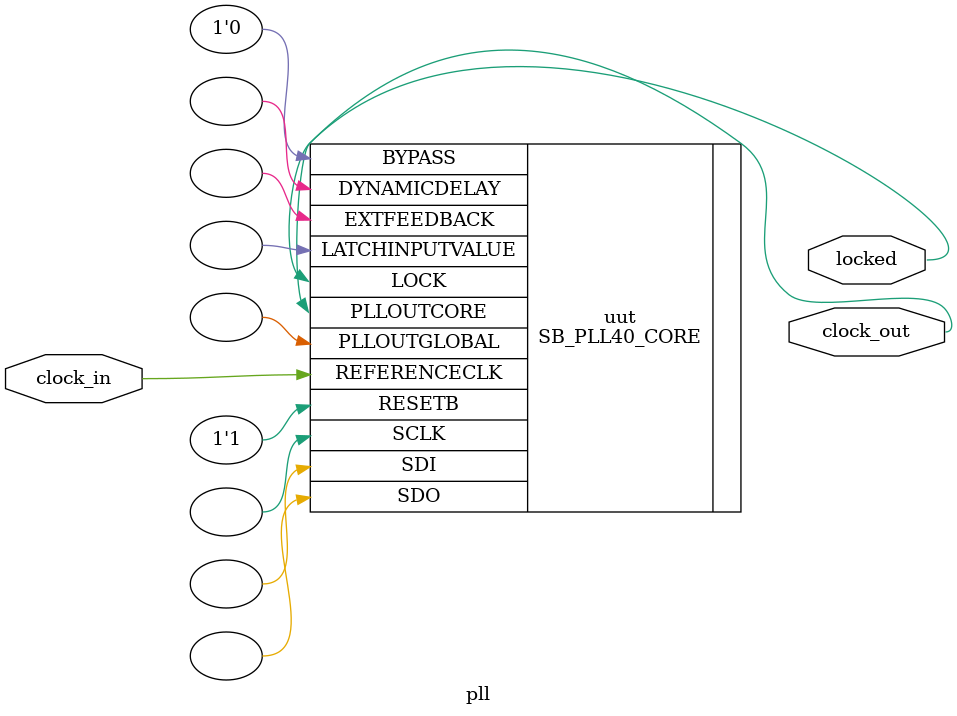
<source format=v>
/**
 * PLL configuration
 *
 * This Verilog module was generated automatically
 * using the icepll tool from the IceStorm project.
 * Use at your own risk.
 *
 * Given input frequency:        12.000 MHz
 * Requested output frequency:   48.000 MHz
 * Achieved output frequency:    48.000 MHz
 */

module pll (
    input  clock_in,
    output clock_out,
    output locked
);

  SB_PLL40_CORE #(
      .FEEDBACK_PATH("SIMPLE"),
      .DIVR(4'b0000),  // DIVR =  0
      .DIVF(7'b0111111),  // DIVF = 63
      .DIVQ(3'b100),  // DIVQ =  4
      .FILTER_RANGE(3'b001)  // FILTER_RANGE = 1
  ) uut (
      .LOCK(locked),
      .RESETB(1'b1),
      .BYPASS(1'b0),
      .REFERENCECLK(clock_in),
      .PLLOUTCORE(clock_out),

      // Unused. These statements were added manually
      .PLLOUTGLOBAL(),
      .EXTFEEDBACK(),
      .LATCHINPUTVALUE(),
      .SDO(),
      .SDI(),
      .SCLK(),
      .DYNAMICDELAY()
  );

endmodule

</source>
